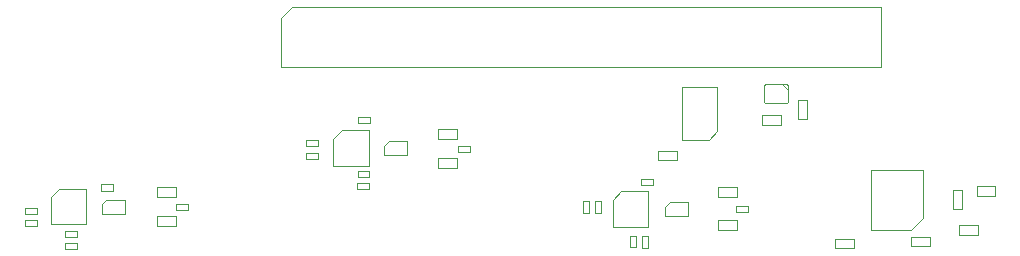
<source format=gbr>
%TF.GenerationSoftware,KiCad,Pcbnew,7.0.8*%
%TF.CreationDate,2024-02-10T17:45:33+01:00*%
%TF.ProjectId,HatV4,48617456-342e-46b6-9963-61645f706362,V2*%
%TF.SameCoordinates,Original*%
%TF.FileFunction,AssemblyDrawing,Top*%
%FSLAX46Y46*%
G04 Gerber Fmt 4.6, Leading zero omitted, Abs format (unit mm)*
G04 Created by KiCad (PCBNEW 7.0.8) date 2024-02-10 17:45:33*
%MOMM*%
%LPD*%
G01*
G04 APERTURE LIST*
%ADD10C,0.100000*%
G04 APERTURE END LIST*
D10*
%TO.C,C11*%
X166484400Y-102981000D02*
X168084400Y-102981000D01*
X166484400Y-103781000D02*
X166484400Y-102981000D01*
X168084400Y-102981000D02*
X168084400Y-103781000D01*
X168084400Y-103781000D02*
X166484400Y-103781000D01*
%TO.C,J5*%
X125700438Y-98855962D02*
X125700438Y-94775962D01*
X176500438Y-98855962D02*
X125700438Y-98855962D01*
X125700438Y-94775962D02*
X126700438Y-93775962D01*
X126700438Y-93775962D02*
X176500438Y-93775962D01*
X176500438Y-93775962D02*
X176500438Y-98855962D01*
%TO.C,U6*%
X180083900Y-111648800D02*
X179083900Y-112648800D01*
X180083900Y-107648800D02*
X180083900Y-111648800D01*
X179083900Y-112648800D02*
X175683900Y-112648800D01*
X175683900Y-112648800D02*
X175683900Y-107648800D01*
X175683900Y-107648800D02*
X180083900Y-107648800D01*
%TO.C,C2*%
X108475400Y-113305400D02*
X107475400Y-113305400D01*
X108475400Y-112805400D02*
X108475400Y-113305400D01*
X107475400Y-113305400D02*
X107475400Y-112805400D01*
X107475400Y-112805400D02*
X108475400Y-112805400D01*
%TO.C,FL3*%
X160231778Y-110326378D02*
X160231778Y-111526378D01*
X158631778Y-110326378D02*
X160231778Y-110326378D01*
X158631778Y-110326378D02*
X158231778Y-110721378D01*
X158231778Y-110721378D02*
X158231778Y-111526378D01*
X158231778Y-111526378D02*
X160231778Y-111526378D01*
%TO.C,C21*%
X152302400Y-111269400D02*
X152302400Y-110269400D01*
X152802400Y-111269400D02*
X152302400Y-111269400D01*
X152302400Y-110269400D02*
X152802400Y-110269400D01*
X152802400Y-110269400D02*
X152802400Y-111269400D01*
%TO.C,C8*%
X128871600Y-105533000D02*
X127871600Y-105533000D01*
X128871600Y-105033000D02*
X128871600Y-105533000D01*
X127871600Y-105533000D02*
X127871600Y-105033000D01*
X127871600Y-105033000D02*
X128871600Y-105033000D01*
%TO.C,C5*%
X116873400Y-110472222D02*
X117873400Y-110472222D01*
X116873400Y-110972222D02*
X116873400Y-110472222D01*
X117873400Y-110472222D02*
X117873400Y-110972222D01*
X117873400Y-110972222D02*
X116873400Y-110972222D01*
%TO.C,C15*%
X183122500Y-112274400D02*
X184722500Y-112274400D01*
X183122500Y-113074400D02*
X183122500Y-112274400D01*
X184722500Y-112274400D02*
X184722500Y-113074400D01*
X184722500Y-113074400D02*
X183122500Y-113074400D01*
%TO.C,C7*%
X133212400Y-108225400D02*
X132212400Y-108225400D01*
X133212400Y-107725400D02*
X133212400Y-108225400D01*
X132212400Y-108225400D02*
X132212400Y-107725400D01*
X132212400Y-107725400D02*
X133212400Y-107725400D01*
%TO.C,FL1*%
X112550022Y-110122222D02*
X112550022Y-111322222D01*
X110950022Y-110122222D02*
X112550022Y-110122222D01*
X110950022Y-110122222D02*
X110550022Y-110517222D01*
X110550022Y-110517222D02*
X110550022Y-111322222D01*
X110550022Y-111322222D02*
X112550022Y-111322222D01*
%TO.C,C20*%
X156823978Y-113186578D02*
X156823978Y-114186578D01*
X156323978Y-113186578D02*
X156823978Y-113186578D01*
X156823978Y-114186578D02*
X156323978Y-114186578D01*
X156323978Y-114186578D02*
X156323978Y-113186578D01*
%TO.C,C16*%
X184618900Y-108997800D02*
X186218900Y-108997800D01*
X184618900Y-109797800D02*
X184618900Y-108997800D01*
X186218900Y-108997800D02*
X186218900Y-109797800D01*
X186218900Y-109797800D02*
X184618900Y-109797800D01*
%TO.C,U5*%
X162689800Y-100549600D02*
X162689800Y-104299600D01*
X162689800Y-100549600D02*
X159689800Y-100549600D01*
X161939800Y-105049600D02*
X162689800Y-104299600D01*
X159689800Y-105049600D02*
X161939800Y-105049600D01*
X159689800Y-100549600D02*
X159689800Y-105049600D01*
%TO.C,R6*%
X140614675Y-107457965D02*
X139014675Y-107457965D01*
X140614675Y-106632965D02*
X140614675Y-107457965D01*
X139014675Y-107457965D02*
X139014675Y-106632965D01*
X139014675Y-106632965D02*
X140614675Y-106632965D01*
%TO.C,C23*%
X164244400Y-110657378D02*
X165244400Y-110657378D01*
X164244400Y-111157378D02*
X164244400Y-110657378D01*
X165244400Y-110657378D02*
X165244400Y-111157378D01*
X165244400Y-111157378D02*
X164244400Y-111157378D01*
%TO.C,R1*%
X110478222Y-108826622D02*
X111528222Y-108826622D01*
X110478222Y-109366622D02*
X110478222Y-108826622D01*
X111528222Y-108826622D02*
X111528222Y-109366622D01*
X111528222Y-109366622D02*
X110478222Y-109366622D01*
%TO.C,R9*%
X164337400Y-112705900D02*
X162737400Y-112705900D01*
X164337400Y-111880900D02*
X164337400Y-112705900D01*
X162737400Y-112705900D02*
X162737400Y-111880900D01*
X162737400Y-111880900D02*
X164337400Y-111880900D01*
%TO.C,C6*%
X133184400Y-109241400D02*
X132184400Y-109241400D01*
X133184400Y-108741400D02*
X133184400Y-109241400D01*
X132184400Y-109241400D02*
X132184400Y-108741400D01*
X132184400Y-108741400D02*
X133184400Y-108741400D01*
%TO.C,U1*%
X106226422Y-109931222D02*
X106976422Y-109181222D01*
X106226422Y-112181222D02*
X106226422Y-109931222D01*
X106976422Y-109181222D02*
X109226422Y-109181222D01*
X109226422Y-109181222D02*
X109226422Y-112181222D01*
X109226422Y-112181222D02*
X106226422Y-112181222D01*
%TO.C,R8*%
X162737400Y-109086900D02*
X164337400Y-109086900D01*
X162737400Y-109911900D02*
X162737400Y-109086900D01*
X164337400Y-109086900D02*
X164337400Y-109911900D01*
X164337400Y-109911900D02*
X162737400Y-109911900D01*
%TO.C,Y1*%
X168648800Y-101857000D02*
X168548800Y-101957000D01*
X168648800Y-100857000D02*
X168148800Y-100357000D01*
X168648800Y-100457000D02*
X168648800Y-101857000D01*
X168548800Y-101957000D02*
X166748800Y-101957000D01*
X168548800Y-100357000D02*
X168648800Y-100457000D01*
X166748800Y-101957000D02*
X166648800Y-101857000D01*
X166748800Y-100357000D02*
X168548800Y-100357000D01*
X166648800Y-101857000D02*
X166648800Y-100457000D01*
X166648800Y-100457000D02*
X166748800Y-100357000D01*
%TO.C,C19*%
X155807978Y-113158578D02*
X155807978Y-114158578D01*
X155307978Y-113158578D02*
X155807978Y-113158578D01*
X155807978Y-114158578D02*
X155307978Y-114158578D01*
X155307978Y-114158578D02*
X155307978Y-113158578D01*
%TO.C,C17*%
X180657400Y-114065000D02*
X179057400Y-114065000D01*
X180657400Y-113265000D02*
X180657400Y-114065000D01*
X179057400Y-114065000D02*
X179057400Y-113265000D01*
X179057400Y-113265000D02*
X180657400Y-113265000D01*
%TO.C,R5*%
X139052400Y-104133900D02*
X140652400Y-104133900D01*
X139052400Y-104958900D02*
X139052400Y-104133900D01*
X140652400Y-104133900D02*
X140652400Y-104958900D01*
X140652400Y-104958900D02*
X139052400Y-104958900D01*
%TO.C,C14*%
X174232300Y-114217400D02*
X172632300Y-114217400D01*
X174232300Y-113417400D02*
X174232300Y-114217400D01*
X172632300Y-114217400D02*
X172632300Y-113417400D01*
X172632300Y-113417400D02*
X174232300Y-113417400D01*
%TO.C,C22*%
X151286400Y-111269400D02*
X151286400Y-110269400D01*
X151786400Y-111269400D02*
X151286400Y-111269400D01*
X151286400Y-110269400D02*
X151786400Y-110269400D01*
X151786400Y-110269400D02*
X151786400Y-111269400D01*
%TO.C,C12*%
X170275200Y-101693100D02*
X170275200Y-103293100D01*
X169475200Y-101693100D02*
X170275200Y-101693100D01*
X170275200Y-103293100D02*
X169475200Y-103293100D01*
X169475200Y-103293100D02*
X169475200Y-101693100D01*
%TO.C,C3*%
X105049000Y-112314800D02*
X104049000Y-112314800D01*
X105049000Y-111814800D02*
X105049000Y-112314800D01*
X104049000Y-112314800D02*
X104049000Y-111814800D01*
X104049000Y-111814800D02*
X105049000Y-111814800D01*
%TO.C,R2*%
X115224778Y-109086900D02*
X116824778Y-109086900D01*
X115224778Y-109911900D02*
X115224778Y-109086900D01*
X116824778Y-109086900D02*
X116824778Y-109911900D01*
X116824778Y-109911900D02*
X115224778Y-109911900D01*
%TO.C,R3*%
X116824778Y-112324900D02*
X115224778Y-112324900D01*
X116824778Y-111499900D02*
X116824778Y-112324900D01*
X115224778Y-112324900D02*
X115224778Y-111499900D01*
X115224778Y-111499900D02*
X116824778Y-111499900D01*
%TO.C,R7*%
X157268400Y-108880400D02*
X156218400Y-108880400D01*
X157268400Y-108340400D02*
X157268400Y-108880400D01*
X156218400Y-108880400D02*
X156218400Y-108340400D01*
X156218400Y-108340400D02*
X157268400Y-108340400D01*
%TO.C,C4*%
X105049000Y-111298800D02*
X104049000Y-111298800D01*
X105049000Y-110798800D02*
X105049000Y-111298800D01*
X104049000Y-111298800D02*
X104049000Y-110798800D01*
X104049000Y-110798800D02*
X105049000Y-110798800D01*
%TO.C,C10*%
X140749400Y-105546022D02*
X141749400Y-105546022D01*
X140749400Y-106046022D02*
X140749400Y-105546022D01*
X141749400Y-105546022D02*
X141749400Y-106046022D01*
X141749400Y-106046022D02*
X140749400Y-106046022D01*
%TO.C,C18*%
X183432400Y-109334400D02*
X183432400Y-110934400D01*
X182632400Y-109334400D02*
X183432400Y-109334400D01*
X183432400Y-110934400D02*
X182632400Y-110934400D01*
X182632400Y-110934400D02*
X182632400Y-109334400D01*
%TO.C,C13*%
X159270600Y-106800600D02*
X157670600Y-106800600D01*
X159270600Y-106000600D02*
X159270600Y-106800600D01*
X157670600Y-106800600D02*
X157670600Y-106000600D01*
X157670600Y-106000600D02*
X159270600Y-106000600D01*
%TO.C,U7*%
X153803978Y-110153578D02*
X154553978Y-109403578D01*
X153803978Y-112403578D02*
X153803978Y-110153578D01*
X154553978Y-109403578D02*
X156803978Y-109403578D01*
X156803978Y-109403578D02*
X156803978Y-112403578D01*
X156803978Y-112403578D02*
X153803978Y-112403578D01*
%TO.C,C9*%
X128871600Y-106676000D02*
X127871600Y-106676000D01*
X128871600Y-106176000D02*
X128871600Y-106676000D01*
X127871600Y-106676000D02*
X127871600Y-106176000D01*
X127871600Y-106176000D02*
X128871600Y-106176000D01*
%TO.C,R4*%
X133290800Y-103622600D02*
X132240800Y-103622600D01*
X133290800Y-103082600D02*
X133290800Y-103622600D01*
X132240800Y-103622600D02*
X132240800Y-103082600D01*
X132240800Y-103082600D02*
X133290800Y-103082600D01*
%TO.C,C1*%
X108475400Y-114321400D02*
X107475400Y-114321400D01*
X108475400Y-113821400D02*
X108475400Y-114321400D01*
X107475400Y-114321400D02*
X107475400Y-113821400D01*
X107475400Y-113821400D02*
X108475400Y-113821400D01*
%TO.C,FL2*%
X136435022Y-105154622D02*
X136435022Y-106354622D01*
X134835022Y-105154622D02*
X136435022Y-105154622D01*
X134835022Y-105154622D02*
X134435022Y-105549622D01*
X134435022Y-105549622D02*
X134435022Y-106354622D01*
X134435022Y-106354622D02*
X136435022Y-106354622D01*
%TO.C,U3*%
X130160022Y-105005022D02*
X130910022Y-104255022D01*
X130160022Y-107255022D02*
X130160022Y-105005022D01*
X130910022Y-104255022D02*
X133160022Y-104255022D01*
X133160022Y-104255022D02*
X133160022Y-107255022D01*
X133160022Y-107255022D02*
X130160022Y-107255022D01*
%TD*%
M02*

</source>
